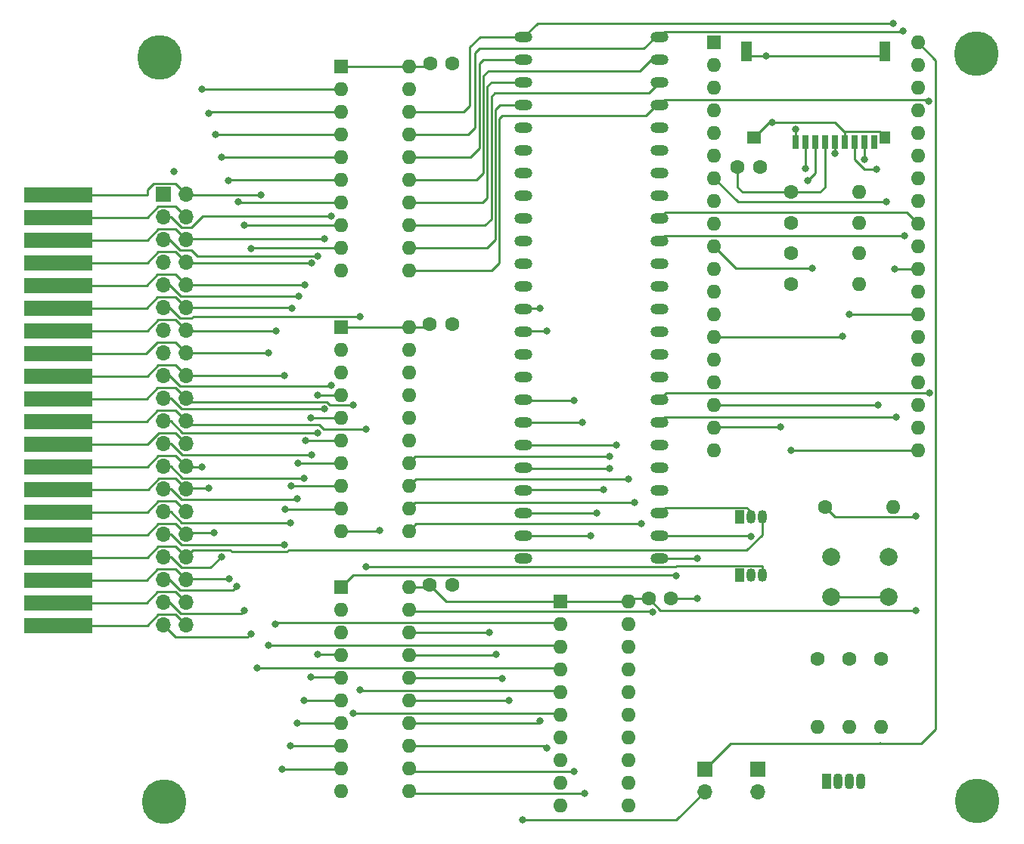
<source format=gbr>
%TF.GenerationSoftware,KiCad,Pcbnew,(5.1.10-1-10_14)*%
%TF.CreationDate,2021-11-12T16:12:36-08:00*%
%TF.ProjectId,TRS-IO-M1,5452532d-494f-42d4-9d31-2e6b69636164,rev?*%
%TF.SameCoordinates,Original*%
%TF.FileFunction,Copper,L1,Top*%
%TF.FilePolarity,Positive*%
%FSLAX46Y46*%
G04 Gerber Fmt 4.6, Leading zero omitted, Abs format (unit mm)*
G04 Created by KiCad (PCBNEW (5.1.10-1-10_14)) date 2021-11-12 16:12:36*
%MOMM*%
%LPD*%
G01*
G04 APERTURE LIST*
%TA.AperFunction,ComponentPad*%
%ADD10O,1.600000X1.600000*%
%TD*%
%TA.AperFunction,ComponentPad*%
%ADD11R,1.600000X1.600000*%
%TD*%
%TA.AperFunction,ComponentPad*%
%ADD12C,2.000000*%
%TD*%
%TA.AperFunction,ComponentPad*%
%ADD13C,1.600000*%
%TD*%
%TA.AperFunction,ConnectorPad*%
%ADD14R,7.620000X1.778000*%
%TD*%
%TA.AperFunction,ComponentPad*%
%ADD15O,1.700000X1.700000*%
%TD*%
%TA.AperFunction,ComponentPad*%
%ADD16R,1.700000X1.700000*%
%TD*%
%TA.AperFunction,ComponentPad*%
%ADD17O,1.070000X1.800000*%
%TD*%
%TA.AperFunction,ComponentPad*%
%ADD18R,1.070000X1.800000*%
%TD*%
%TA.AperFunction,SMDPad,CuDef*%
%ADD19R,0.700000X1.600000*%
%TD*%
%TA.AperFunction,SMDPad,CuDef*%
%ADD20R,1.600000X1.400000*%
%TD*%
%TA.AperFunction,SMDPad,CuDef*%
%ADD21R,1.200000X2.200000*%
%TD*%
%TA.AperFunction,SMDPad,CuDef*%
%ADD22R,1.200000X1.400000*%
%TD*%
%TA.AperFunction,ComponentPad*%
%ADD23O,1.050000X1.500000*%
%TD*%
%TA.AperFunction,ComponentPad*%
%ADD24R,1.050000X1.500000*%
%TD*%
%TA.AperFunction,ComponentPad*%
%ADD25O,2.000000X1.200000*%
%TD*%
%TA.AperFunction,ComponentPad*%
%ADD26C,5.000000*%
%TD*%
%TA.AperFunction,ComponentPad*%
%ADD27C,0.800000*%
%TD*%
%TA.AperFunction,ViaPad*%
%ADD28C,0.800000*%
%TD*%
%TA.AperFunction,Conductor*%
%ADD29C,0.250000*%
%TD*%
G04 APERTURE END LIST*
D10*
%TO.P,U1,38*%
%TO.N,+5V*%
X203276200Y-51752500D03*
%TO.P,U1,37*%
%TO.N,Net-(U1-Pad37)*%
X203276200Y-54229000D03*
%TO.P,U1,19*%
%TO.N,GND*%
X180416200Y-97409000D03*
%TO.P,U1,36*%
%TO.N,Net-(U1-Pad36)*%
X203276200Y-56769000D03*
%TO.P,U1,18*%
%TO.N,CS_SD_CARD*%
X180416200Y-94869000D03*
%TO.P,U1,35*%
%TO.N,Net-(U1-Pad35)*%
X203276200Y-59309000D03*
%TO.P,U1,17*%
%TO.N,MISO*%
X180416200Y-92329000D03*
%TO.P,U1,34*%
%TO.N,AA1*%
X203276200Y-61849000D03*
%TO.P,U1,16*%
%TO.N,Net-(U1-Pad16)*%
X180416200Y-89789000D03*
%TO.P,U1,33*%
%TO.N,GND*%
X203276200Y-64389000D03*
%TO.P,U1,15*%
%TO.N,Net-(U1-Pad15)*%
X180416200Y-87249000D03*
%TO.P,U1,32*%
%TO.N,AA0*%
X203276200Y-66929000D03*
%TO.P,U1,14*%
%TO.N,MOSI*%
X180416200Y-84709000D03*
%TO.P,U1,31*%
%TO.N,AA2*%
X203276200Y-69469000D03*
%TO.P,U1,13*%
%TO.N,GND*%
X180416200Y-82169000D03*
%TO.P,U1,30*%
%TO.N,DONE*%
X203276200Y-72009000D03*
%TO.P,U1,12*%
%TO.N,ESP_S3*%
X180416200Y-79629000D03*
%TO.P,U1,29*%
%TO.N,CS_FPGA*%
X203276200Y-74549000D03*
%TO.P,U1,11*%
%TO.N,ESP_S2*%
X180416200Y-77089000D03*
%TO.P,U1,28*%
%TO.N,SCK*%
X203276200Y-77089000D03*
%TO.P,U1,10*%
%TO.N,LED_RED*%
X180416200Y-74549000D03*
%TO.P,U1,27*%
%TO.N,Net-(U1-Pad27)*%
X203276200Y-79629000D03*
%TO.P,U1,9*%
%TO.N,ESP_S1*%
X180416200Y-72009000D03*
%TO.P,U1,26*%
%TO.N,LED_BLUE*%
X203276200Y-82169000D03*
%TO.P,U1,8*%
%TO.N,ESP_S0*%
X180416200Y-69469000D03*
%TO.P,U1,25*%
%TO.N,Net-(U1-Pad25)*%
X203276200Y-84709000D03*
%TO.P,U1,7*%
%TO.N,LED_GREEN*%
X180416200Y-66929000D03*
%TO.P,U1,24*%
%TO.N,REQ*%
X203276200Y-87249000D03*
%TO.P,U1,6*%
%TO.N,Net-(U1-Pad6)*%
X180416200Y-64389000D03*
%TO.P,U1,23*%
%TO.N,BUTTON*%
X203276200Y-89789000D03*
%TO.P,U1,5*%
%TO.N,Net-(U1-Pad5)*%
X180416200Y-61849000D03*
%TO.P,U1,22*%
%TO.N,Net-(U1-Pad22)*%
X203276200Y-92329000D03*
%TO.P,U1,4*%
%TO.N,AA3*%
X180416200Y-59309000D03*
%TO.P,U1,21*%
%TO.N,Net-(U1-Pad21)*%
X203276200Y-94869000D03*
%TO.P,U1,3*%
%TO.N,Net-(U1-Pad3)*%
X180416200Y-56769000D03*
%TO.P,U1,20*%
%TO.N,+3V3*%
X203276200Y-97409000D03*
%TO.P,U1,2*%
%TO.N,Net-(U1-Pad2)*%
X180416200Y-54229000D03*
D11*
%TO.P,U1,1*%
%TO.N,Net-(U1-Pad1)*%
X180416200Y-51689000D03*
%TD*%
D12*
%TO.P,SW1,1*%
%TO.N,GND*%
X200044900Y-109397800D03*
%TO.P,SW1,2*%
%TO.N,BUTTON*%
X200044900Y-113897800D03*
%TO.P,SW1,1*%
%TO.N,GND*%
X193544900Y-109397800D03*
%TO.P,SW1,2*%
%TO.N,BUTTON*%
X193544900Y-113897800D03*
%TD*%
D10*
%TO.P,R4,2*%
%TO.N,BUTTON*%
X200494900Y-103809800D03*
D13*
%TO.P,R4,1*%
%TO.N,+3V3*%
X192874900Y-103809800D03*
%TD*%
D10*
%TO.P,R3,2*%
%TO.N,Net-(D1-Pad3)*%
X195605400Y-128447800D03*
D13*
%TO.P,R3,1*%
%TO.N,LED_BLUE*%
X195605400Y-120827800D03*
%TD*%
D10*
%TO.P,R2,2*%
%TO.N,Net-(D1-Pad4)*%
X199161400Y-128447800D03*
D13*
%TO.P,R2,1*%
%TO.N,LED_GREEN*%
X199161400Y-120827800D03*
%TD*%
D10*
%TO.P,R1,2*%
%TO.N,Net-(D1-Pad1)*%
X192049400Y-128447800D03*
D13*
%TO.P,R1,1*%
%TO.N,LED_RED*%
X192049400Y-120827800D03*
%TD*%
D14*
%TO.P,J2,2*%
%TO.N,RAS_N*%
X107061000Y-68783200D03*
%TO.P,J2,4*%
%TO.N,CAS_N*%
X107061000Y-71323200D03*
%TO.P,J2,6*%
%TO.N,A12*%
X107061000Y-73863200D03*
%TO.P,J2,8*%
%TO.N,A15*%
X107061000Y-76403200D03*
%TO.P,J2,10*%
%TO.N,A11*%
X107061000Y-78943200D03*
%TO.P,J2,12*%
%TO.N,A8*%
X107061000Y-81483200D03*
%TO.P,J2,14*%
%TO.N,WR_N*%
X107061000Y-84023200D03*
%TO.P,J2,16*%
%TO.N,RD_N*%
X107061000Y-86563200D03*
%TO.P,J2,18*%
%TO.N,A9*%
X107061000Y-89103200D03*
%TO.P,J2,20*%
%TO.N,IN_N*%
X107061000Y-91643200D03*
%TO.P,J2,22*%
%TO.N,INT_N*%
X107061000Y-94183200D03*
%TO.P,J2,24*%
%TO.N,TEST_N*%
X107061000Y-96723200D03*
%TO.P,J2,26*%
%TO.N,A0*%
X107061000Y-99263200D03*
%TO.P,J2,28*%
%TO.N,A1*%
X107061000Y-101803200D03*
%TO.P,J2,30*%
%TO.N,GND*%
X107061000Y-104343200D03*
%TO.P,J2,32*%
%TO.N,A4*%
X107061000Y-106883200D03*
%TO.P,J2,34*%
%TO.N,WAIT_N*%
X107061000Y-109423200D03*
%TO.P,J2,36*%
%TO.N,A5*%
X107061000Y-111963200D03*
%TO.P,J2,38*%
%TO.N,GND*%
X107061000Y-114503200D03*
%TO.P,J2,40*%
%TO.N,5V*%
X107061000Y-117043200D03*
%TD*%
D15*
%TO.P,J1,40*%
%TO.N,5V*%
X121379000Y-117019200D03*
%TO.P,J1,39*%
%TO.N,A2*%
X118839000Y-117019200D03*
%TO.P,J1,38*%
%TO.N,GND*%
X121379000Y-114479200D03*
%TO.P,J1,37*%
%TO.N,A6*%
X118839000Y-114479200D03*
%TO.P,J1,36*%
%TO.N,A5*%
X121379000Y-111939200D03*
%TO.P,J1,35*%
%TO.N,A7*%
X118839000Y-111939200D03*
%TO.P,J1,34*%
%TO.N,WAIT_N*%
X121379000Y-109399200D03*
%TO.P,J1,33*%
%TO.N,A3*%
X118839000Y-109399200D03*
%TO.P,J1,32*%
%TO.N,A4*%
X121379000Y-106859200D03*
%TO.P,J1,31*%
%TO.N,D2*%
X118839000Y-106859200D03*
%TO.P,J1,30*%
%TO.N,GND*%
X121379000Y-104319200D03*
%TO.P,J1,29*%
%TO.N,D0*%
X118839000Y-104319200D03*
%TO.P,J1,28*%
%TO.N,A1*%
X121379000Y-101779200D03*
%TO.P,J1,27*%
%TO.N,D5*%
X118839000Y-101779200D03*
%TO.P,J1,26*%
%TO.N,A0*%
X121379000Y-99239200D03*
%TO.P,J1,25*%
%TO.N,D3*%
X118839000Y-99239200D03*
%TO.P,J1,24*%
%TO.N,TEST_N*%
X121379000Y-96699200D03*
%TO.P,J1,23*%
%TO.N,D6*%
X118839000Y-96699200D03*
%TO.P,J1,22*%
%TO.N,INT_N*%
X121379000Y-94159200D03*
%TO.P,J1,21*%
%TO.N,D1*%
X118839000Y-94159200D03*
%TO.P,J1,20*%
%TO.N,IN_N*%
X121379000Y-91619200D03*
%TO.P,J1,19*%
%TO.N,D7*%
X118839000Y-91619200D03*
%TO.P,J1,18*%
%TO.N,A9*%
X121379000Y-89079200D03*
%TO.P,J1,17*%
%TO.N,D4*%
X118839000Y-89079200D03*
%TO.P,J1,16*%
%TO.N,RD_N*%
X121379000Y-86539200D03*
%TO.P,J1,15*%
%TO.N,MUX*%
X118839000Y-86539200D03*
%TO.P,J1,14*%
%TO.N,WR_N*%
X121379000Y-83999200D03*
%TO.P,J1,13*%
%TO.N,INTACK_N*%
X118839000Y-83999200D03*
%TO.P,J1,12*%
%TO.N,A8*%
X121379000Y-81459200D03*
%TO.P,J1,11*%
%TO.N,OUT_N*%
X118839000Y-81459200D03*
%TO.P,J1,10*%
%TO.N,A11*%
X121379000Y-78919200D03*
%TO.P,J1,9*%
%TO.N,A14*%
X118839000Y-78919200D03*
%TO.P,J1,8*%
%TO.N,A15*%
X121379000Y-76379200D03*
%TO.P,J1,7*%
%TO.N,GND*%
X118839000Y-76379200D03*
%TO.P,J1,6*%
%TO.N,A12*%
X121379000Y-73839200D03*
%TO.P,J1,5*%
%TO.N,A13*%
X118839000Y-73839200D03*
%TO.P,J1,4*%
%TO.N,CAS_N*%
X121379000Y-71299200D03*
%TO.P,J1,3*%
%TO.N,A10*%
X118839000Y-71299200D03*
%TO.P,J1,2*%
%TO.N,RAS_N*%
X121379000Y-68759200D03*
D16*
%TO.P,J1,1*%
%TO.N,SYSRES_N*%
X118839000Y-68759200D03*
%TD*%
D17*
%TO.P,D1,4*%
%TO.N,Net-(D1-Pad4)*%
X196875400Y-134543800D03*
%TO.P,D1,3*%
%TO.N,Net-(D1-Pad3)*%
X195605400Y-134543800D03*
%TO.P,D1,2*%
%TO.N,GND*%
X194335400Y-134543800D03*
D18*
%TO.P,D1,1*%
%TO.N,Net-(D1-Pad1)*%
X193065400Y-134543800D03*
%TD*%
D19*
%TO.P,J3,1*%
%TO.N,Net-(J3-Pad1)*%
X189595400Y-62874800D03*
%TO.P,J3,2*%
%TO.N,CS_SD_CARD*%
X190695400Y-62874800D03*
%TO.P,J3,3*%
%TO.N,MOSI*%
X191795400Y-62874800D03*
%TO.P,J3,4*%
%TO.N,+3V3*%
X192895400Y-62874800D03*
%TO.P,J3,5*%
%TO.N,SCK*%
X193995400Y-62874800D03*
%TO.P,J3,6*%
%TO.N,GND*%
X195095400Y-62874800D03*
%TO.P,J3,7*%
%TO.N,MISO*%
X196195400Y-62874800D03*
%TO.P,J3,8*%
%TO.N,Net-(J3-Pad8)*%
X197295400Y-62874800D03*
%TO.P,J3,9*%
%TO.N,Net-(J3-Pad9)*%
X198395400Y-62874800D03*
D20*
%TO.P,J3,10*%
%TO.N,GND*%
X184945400Y-62374800D03*
D21*
%TO.P,J3,11*%
X184045400Y-52774800D03*
%TO.P,J3,12*%
X199545400Y-52774800D03*
D22*
%TO.P,J3,13*%
X199545400Y-62374800D03*
%TD*%
D13*
%TO.P,R5,1*%
%TO.N,+3V3*%
X189077600Y-78790800D03*
D10*
%TO.P,R5,2*%
%TO.N,Net-(J3-Pad8)*%
X196697600Y-78790800D03*
%TD*%
%TO.P,R6,2*%
%TO.N,MOSI*%
X196697600Y-75361800D03*
D13*
%TO.P,R6,1*%
%TO.N,+3V3*%
X189077600Y-75361800D03*
%TD*%
%TO.P,R7,1*%
%TO.N,+3V3*%
X189077600Y-71932800D03*
D10*
%TO.P,R7,2*%
%TO.N,CS_SD_CARD*%
X196697600Y-71932800D03*
%TD*%
%TO.P,R8,2*%
%TO.N,Net-(J3-Pad1)*%
X196697600Y-68503800D03*
D13*
%TO.P,R8,1*%
%TO.N,+3V3*%
X189077600Y-68503800D03*
%TD*%
%TO.P,C1,1*%
%TO.N,+3V3*%
X148666200Y-54127400D03*
%TO.P,C1,2*%
%TO.N,GND*%
X151166200Y-54127400D03*
%TD*%
%TO.P,C2,2*%
%TO.N,GND*%
X151115400Y-83312000D03*
%TO.P,C2,1*%
%TO.N,+3V3*%
X148615400Y-83312000D03*
%TD*%
%TO.P,C3,1*%
%TO.N,+3V3*%
X148615400Y-112522000D03*
%TO.P,C3,2*%
%TO.N,GND*%
X151115400Y-112522000D03*
%TD*%
%TO.P,C4,2*%
%TO.N,GND*%
X175626400Y-114071400D03*
%TO.P,C4,1*%
%TO.N,+3V3*%
X173126400Y-114071400D03*
%TD*%
%TO.P,C5,1*%
%TO.N,+3V3*%
X183108600Y-65709800D03*
%TO.P,C5,2*%
%TO.N,GND*%
X185608600Y-65709800D03*
%TD*%
D16*
%TO.P,J4,1*%
%TO.N,+5V*%
X179425600Y-133146800D03*
D15*
%TO.P,J4,2*%
%TO.N,VU*%
X179425600Y-135686800D03*
%TD*%
%TO.P,J5,2*%
%TO.N,GND*%
X185369200Y-135686800D03*
D16*
%TO.P,J5,1*%
%TO.N,FULL_ADDR*%
X185369200Y-133146800D03*
%TD*%
D23*
%TO.P,Q1,2*%
%TO.N,WAIT*%
X184556400Y-104927400D03*
%TO.P,Q1,3*%
%TO.N,WAIT_N*%
X185826400Y-104927400D03*
D24*
%TO.P,Q1,1*%
%TO.N,GND*%
X183286400Y-104927400D03*
%TD*%
%TO.P,Q2,1*%
%TO.N,GND*%
X183286400Y-111429800D03*
D23*
%TO.P,Q2,3*%
%TO.N,INT_N*%
X185826400Y-111429800D03*
%TO.P,Q2,2*%
%TO.N,INT*%
X184556400Y-111429800D03*
%TD*%
D25*
%TO.P,U2,48*%
%TO.N,AA1*%
X174371000Y-51130200D03*
%TO.P,U2,1*%
%TO.N,AA0*%
X159131000Y-51130200D03*
%TO.P,U2,47*%
%TO.N,AA3*%
X174371000Y-53670200D03*
%TO.P,U2,2*%
%TO.N,AA4*%
X159131000Y-53670200D03*
%TO.P,U2,46*%
%TO.N,AA7*%
X174371000Y-56210200D03*
%TO.P,U2,3*%
%TO.N,AA5*%
X159131000Y-56210200D03*
%TO.P,U2,45*%
%TO.N,AA2*%
X174371000Y-58750200D03*
%TO.P,U2,4*%
%TO.N,AA6*%
X159131000Y-58750200D03*
%TO.P,U2,44*%
%TO.N,AA11*%
X174371000Y-61290200D03*
%TO.P,U2,5*%
%TO.N,AA10*%
X159131000Y-61290200D03*
%TO.P,U2,43*%
%TO.N,AA14*%
X174371000Y-63830200D03*
%TO.P,U2,6*%
%TO.N,AA12*%
X159131000Y-63830200D03*
%TO.P,U2,42*%
%TO.N,AA8*%
X174371000Y-66370200D03*
%TO.P,U2,7*%
%TO.N,AA13*%
X159131000Y-66370200D03*
%TO.P,U2,41*%
%TO.N,AA9*%
X174371000Y-68910200D03*
%TO.P,U2,8*%
%TO.N,AA15*%
X159131000Y-68910200D03*
%TO.P,U2,40*%
%TO.N,DONE*%
X174371000Y-71450200D03*
%TO.P,U2,9*%
%TO.N,DD4*%
X159131000Y-71450200D03*
%TO.P,U2,39*%
%TO.N,REQ*%
X174371000Y-73990200D03*
%TO.P,U2,10*%
%TO.N,DD7*%
X159131000Y-73990200D03*
%TO.P,U2,38*%
%TO.N,ESP_S0*%
X174371000Y-76530200D03*
%TO.P,U2,11*%
%TO.N,DD1*%
X159131000Y-76530200D03*
%TO.P,U2,37*%
%TO.N,ESP_S1*%
X174371000Y-79070200D03*
%TO.P,U2,12*%
%TO.N,DD6*%
X159131000Y-79070200D03*
%TO.P,U2,36*%
%TO.N,ESP_S2*%
X174371000Y-81610200D03*
%TO.P,U2,13*%
%TO.N,DD3*%
X159131000Y-81610200D03*
%TO.P,U2,35*%
%TO.N,ESP_S3*%
X174371000Y-84150200D03*
%TO.P,U2,14*%
%TO.N,DD5*%
X159131000Y-84150200D03*
%TO.P,U2,34*%
%TO.N,MOSI*%
X174371000Y-86690200D03*
%TO.P,U2,15*%
%TO.N,Net-(U2-Pad15)*%
X159131000Y-86690200D03*
%TO.P,U2,33*%
%TO.N,MISO*%
X174371000Y-89230200D03*
%TO.P,U2,16*%
%TO.N,Net-(U2-Pad16)*%
X159131000Y-89230200D03*
%TO.P,U2,32*%
%TO.N,CS_FPGA*%
X174371000Y-91770200D03*
%TO.P,U2,17*%
%TO.N,DD0*%
X159131000Y-91770200D03*
%TO.P,U2,31*%
%TO.N,SCK*%
X174371000Y-94310200D03*
%TO.P,U2,18*%
%TO.N,DD2*%
X159131000Y-94310200D03*
%TO.P,U2,30*%
%TO.N,FULL_ADDR*%
X174371000Y-96850200D03*
%TO.P,U2,19*%
%TO.N,Z80_WR_N*%
X159131000Y-96850200D03*
%TO.P,U2,29*%
%TO.N,DBUS_SEL_N*%
X174371000Y-99390200D03*
%TO.P,U2,20*%
%TO.N,Z80_RD_N*%
X159131000Y-99390200D03*
%TO.P,U2,28*%
%TO.N,READ_N*%
X174371000Y-101930200D03*
%TO.P,U2,21*%
%TO.N,Z80_RAS_N*%
X159131000Y-101930200D03*
%TO.P,U2,27*%
%TO.N,WAIT*%
X174371000Y-104470200D03*
%TO.P,U2,22*%
%TO.N,Z80_OUT_N*%
X159131000Y-104470200D03*
%TO.P,U2,26*%
%TO.N,INT*%
X174371000Y-107010200D03*
%TO.P,U2,23*%
%TO.N,Z80_IN_N*%
X159131000Y-107010200D03*
%TO.P,U2,25*%
%TO.N,GND*%
X174371000Y-109550200D03*
%TO.P,U2,24*%
%TO.N,VU*%
X159131000Y-109550200D03*
%TD*%
D11*
%TO.P,U3,1*%
%TO.N,+3V3*%
X138684000Y-54432200D03*
D10*
%TO.P,U3,11*%
%TO.N,AA2*%
X146304000Y-77292200D03*
%TO.P,U3,2*%
%TO.N,A0*%
X138684000Y-56972200D03*
%TO.P,U3,12*%
%TO.N,AA6*%
X146304000Y-74752200D03*
%TO.P,U3,3*%
%TO.N,A1*%
X138684000Y-59512200D03*
%TO.P,U3,13*%
%TO.N,AA7*%
X146304000Y-72212200D03*
%TO.P,U3,4*%
%TO.N,A4*%
X138684000Y-62052200D03*
%TO.P,U3,14*%
%TO.N,AA5*%
X146304000Y-69672200D03*
%TO.P,U3,5*%
%TO.N,A3*%
X138684000Y-64592200D03*
%TO.P,U3,15*%
%TO.N,AA3*%
X146304000Y-67132200D03*
%TO.P,U3,6*%
%TO.N,A5*%
X138684000Y-67132200D03*
%TO.P,U3,16*%
%TO.N,AA4*%
X146304000Y-64592200D03*
%TO.P,U3,7*%
%TO.N,A7*%
X138684000Y-69672200D03*
%TO.P,U3,17*%
%TO.N,AA1*%
X146304000Y-62052200D03*
%TO.P,U3,8*%
%TO.N,A6*%
X138684000Y-72212200D03*
%TO.P,U3,18*%
%TO.N,AA0*%
X146304000Y-59512200D03*
%TO.P,U3,9*%
%TO.N,A2*%
X138684000Y-74752200D03*
%TO.P,U3,19*%
%TO.N,GND*%
X146304000Y-56972200D03*
%TO.P,U3,10*%
X138684000Y-77292200D03*
%TO.P,U3,20*%
%TO.N,+3V3*%
X146304000Y-54432200D03*
%TD*%
%TO.P,U4,20*%
%TO.N,+3V3*%
X146304000Y-83616800D03*
%TO.P,U4,10*%
%TO.N,GND*%
X138684000Y-106476800D03*
%TO.P,U4,19*%
X146304000Y-86156800D03*
%TO.P,U4,9*%
%TO.N,A9*%
X138684000Y-103936800D03*
%TO.P,U4,18*%
%TO.N,AA10*%
X146304000Y-88696800D03*
%TO.P,U4,8*%
%TO.N,A8*%
X138684000Y-101396800D03*
%TO.P,U4,17*%
%TO.N,AA12*%
X146304000Y-91236800D03*
%TO.P,U4,7*%
%TO.N,A14*%
X138684000Y-98856800D03*
%TO.P,U4,16*%
%TO.N,AA13*%
X146304000Y-93776800D03*
%TO.P,U4,6*%
%TO.N,A11*%
X138684000Y-96316800D03*
%TO.P,U4,15*%
%TO.N,AA15*%
X146304000Y-96316800D03*
%TO.P,U4,5*%
%TO.N,A15*%
X138684000Y-93776800D03*
%TO.P,U4,14*%
%TO.N,AA11*%
X146304000Y-98856800D03*
%TO.P,U4,4*%
%TO.N,A13*%
X138684000Y-91236800D03*
%TO.P,U4,13*%
%TO.N,AA14*%
X146304000Y-101396800D03*
%TO.P,U4,3*%
%TO.N,A12*%
X138684000Y-88696800D03*
%TO.P,U4,12*%
%TO.N,AA8*%
X146304000Y-103936800D03*
%TO.P,U4,2*%
%TO.N,A10*%
X138684000Y-86156800D03*
%TO.P,U4,11*%
%TO.N,AA9*%
X146304000Y-106476800D03*
D11*
%TO.P,U4,1*%
%TO.N,+3V3*%
X138684000Y-83616800D03*
%TD*%
%TO.P,U5,1*%
%TO.N,READ_N*%
X138684000Y-112801400D03*
D10*
%TO.P,U5,11*%
%TO.N,DD2*%
X146304000Y-135661400D03*
%TO.P,U5,2*%
%TO.N,D4*%
X138684000Y-115341400D03*
%TO.P,U5,12*%
%TO.N,DD0*%
X146304000Y-133121400D03*
%TO.P,U5,3*%
%TO.N,D7*%
X138684000Y-117881400D03*
%TO.P,U5,13*%
%TO.N,DD5*%
X146304000Y-130581400D03*
%TO.P,U5,4*%
%TO.N,D1*%
X138684000Y-120421400D03*
%TO.P,U5,14*%
%TO.N,DD3*%
X146304000Y-128041400D03*
%TO.P,U5,5*%
%TO.N,D6*%
X138684000Y-122961400D03*
%TO.P,U5,15*%
%TO.N,DD6*%
X146304000Y-125501400D03*
%TO.P,U5,6*%
%TO.N,D3*%
X138684000Y-125501400D03*
%TO.P,U5,16*%
%TO.N,DD1*%
X146304000Y-122961400D03*
%TO.P,U5,7*%
%TO.N,D5*%
X138684000Y-128041400D03*
%TO.P,U5,17*%
%TO.N,DD7*%
X146304000Y-120421400D03*
%TO.P,U5,8*%
%TO.N,D0*%
X138684000Y-130581400D03*
%TO.P,U5,18*%
%TO.N,DD4*%
X146304000Y-117881400D03*
%TO.P,U5,9*%
%TO.N,D2*%
X138684000Y-133121400D03*
%TO.P,U5,19*%
%TO.N,DBUS_SEL_N*%
X146304000Y-115341400D03*
%TO.P,U5,10*%
%TO.N,GND*%
X138684000Y-135661400D03*
%TO.P,U5,20*%
%TO.N,+3V3*%
X146304000Y-112801400D03*
%TD*%
%TO.P,U6,20*%
%TO.N,+3V3*%
X170840400Y-114376200D03*
%TO.P,U6,10*%
%TO.N,GND*%
X163220400Y-137236200D03*
%TO.P,U6,19*%
X170840400Y-116916200D03*
%TO.P,U6,9*%
%TO.N,Net-(U6-Pad9)*%
X163220400Y-134696200D03*
%TO.P,U6,18*%
%TO.N,Z80_WR_N*%
X170840400Y-119456200D03*
%TO.P,U6,8*%
%TO.N,Net-(U6-Pad8)*%
X163220400Y-132156200D03*
%TO.P,U6,17*%
%TO.N,Z80_RD_N*%
X170840400Y-121996200D03*
%TO.P,U6,7*%
%TO.N,Net-(U6-Pad7)*%
X163220400Y-129616200D03*
%TO.P,U6,16*%
%TO.N,Z80_RAS_N*%
X170840400Y-124536200D03*
%TO.P,U6,6*%
%TO.N,IN_N*%
X163220400Y-127076200D03*
%TO.P,U6,15*%
%TO.N,Z80_OUT_N*%
X170840400Y-127076200D03*
%TO.P,U6,5*%
%TO.N,OUT_N*%
X163220400Y-124536200D03*
%TO.P,U6,14*%
%TO.N,Z80_IN_N*%
X170840400Y-129616200D03*
%TO.P,U6,4*%
%TO.N,RAS_N*%
X163220400Y-121996200D03*
%TO.P,U6,13*%
%TO.N,Net-(U6-Pad13)*%
X170840400Y-132156200D03*
%TO.P,U6,3*%
%TO.N,RD_N*%
X163220400Y-119456200D03*
%TO.P,U6,12*%
%TO.N,Net-(U6-Pad12)*%
X170840400Y-134696200D03*
%TO.P,U6,2*%
%TO.N,WR_N*%
X163220400Y-116916200D03*
%TO.P,U6,11*%
%TO.N,Net-(U6-Pad11)*%
X170840400Y-137236200D03*
D11*
%TO.P,U6,1*%
%TO.N,+3V3*%
X163220400Y-114376200D03*
%TD*%
D26*
%TO.P,H1,1*%
%TO.N,N/C*%
X118400000Y-53450000D03*
D27*
X120275000Y-53450000D03*
X119725825Y-54775825D03*
X118400000Y-55325000D03*
X117074175Y-54775825D03*
X116525000Y-53450000D03*
X117074175Y-52124175D03*
X118400000Y-51575000D03*
X119725825Y-52124175D03*
%TD*%
%TO.P,H2,1*%
%TO.N,N/C*%
X211175825Y-51674175D03*
X209850000Y-51125000D03*
X208524175Y-51674175D03*
X207975000Y-53000000D03*
X208524175Y-54325825D03*
X209850000Y-54875000D03*
X211175825Y-54325825D03*
X211725000Y-53000000D03*
D26*
X209850000Y-53000000D03*
%TD*%
%TO.P,H3,1*%
%TO.N,N/C*%
X118900000Y-136800000D03*
D27*
X120775000Y-136800000D03*
X120225825Y-138125825D03*
X118900000Y-138675000D03*
X117574175Y-138125825D03*
X117025000Y-136800000D03*
X117574175Y-135474175D03*
X118900000Y-134925000D03*
X120225825Y-135474175D03*
%TD*%
%TO.P,H4,1*%
%TO.N,N/C*%
X211275825Y-135374175D03*
X209950000Y-134825000D03*
X208624175Y-135374175D03*
X208075000Y-136700000D03*
X208624175Y-138025825D03*
X209950000Y-138575000D03*
X211275825Y-138025825D03*
X211825000Y-136700000D03*
D26*
X209950000Y-136700000D03*
%TD*%
D28*
%TO.N,GND*%
X178600000Y-114050000D03*
X178600000Y-109550000D03*
X120000000Y-66200000D03*
X143000000Y-106450000D03*
X186318811Y-53231189D03*
X186957801Y-60692199D03*
%TO.N,+3V3*%
X203073000Y-115392200D03*
X203073000Y-104825800D03*
X189103000Y-97409000D03*
%TO.N,RAS_N*%
X129336800Y-121793000D03*
X129692400Y-68808600D03*
%TO.N,A10*%
X137566400Y-71196200D03*
%TO.N,A12*%
X136833999Y-73761600D03*
%TO.N,A13*%
X136108999Y-75717400D03*
X136042400Y-91262200D03*
%TO.N,A15*%
X135383999Y-76481733D03*
X135331200Y-93827600D03*
%TO.N,A11*%
X134658999Y-78917800D03*
X134721600Y-96316800D03*
%TO.N,A14*%
X133933999Y-80162400D03*
X133908800Y-98907600D03*
%TO.N,A8*%
X133208999Y-81483200D03*
X133121400Y-101396800D03*
%TO.N,OUT_N*%
X140806000Y-124256800D03*
X140792200Y-82423000D03*
%TO.N,WR_N*%
X131380400Y-116890800D03*
X131394200Y-84048600D03*
%TO.N,RD_N*%
X130581400Y-119303800D03*
X130581400Y-86537800D03*
%TO.N,A9*%
X132396400Y-89077800D03*
X132410200Y-104013000D03*
%TO.N,D4*%
X137642600Y-90170000D03*
%TO.N,IN_N*%
X140081000Y-126923800D03*
X140081000Y-92379800D03*
%TO.N,D7*%
X136833999Y-92811600D03*
%TO.N,INT_N*%
X141531000Y-110515400D03*
X141531000Y-95072200D03*
%TO.N,D1*%
X136108999Y-95478600D03*
X136042400Y-120269000D03*
%TO.N,D6*%
X135383999Y-97967800D03*
X135331200Y-122834400D03*
%TO.N,A0*%
X123164600Y-56972200D03*
X123088400Y-99263200D03*
%TO.N,D3*%
X134543800Y-100558600D03*
X134543800Y-125425200D03*
%TO.N,A1*%
X123889600Y-59639200D03*
X123875800Y-101650800D03*
%TO.N,D5*%
X133818800Y-102870000D03*
X133832600Y-127990600D03*
%TO.N,D0*%
X133070600Y-105537000D03*
X132994400Y-130581400D03*
%TO.N,A4*%
X124614600Y-62052200D03*
X124510800Y-106705400D03*
%TO.N,D2*%
X132345600Y-108026200D03*
X132105400Y-133146800D03*
%TO.N,A3*%
X125339600Y-64617600D03*
X125298200Y-109372400D03*
%TO.N,A5*%
X126111000Y-67183000D03*
X126187200Y-111861600D03*
%TO.N,A7*%
X127177800Y-69621400D03*
X127000000Y-112699800D03*
%TO.N,A6*%
X127902800Y-72186800D03*
X127889000Y-115366800D03*
%TO.N,A2*%
X128627800Y-74853800D03*
X128600200Y-117983000D03*
%TO.N,SCK*%
X200863200Y-93751400D03*
X200660000Y-77089000D03*
X193979800Y-64135000D03*
%TO.N,MOSI*%
X190969381Y-67229886D03*
X194868800Y-84683600D03*
%TO.N,READ_N*%
X176250600Y-111455200D03*
%TO.N,MISO*%
X198780400Y-92329000D03*
X198678800Y-65938400D03*
%TO.N,DD3*%
X160996800Y-127762000D03*
X160959800Y-81508600D03*
%TO.N,DD4*%
X155305000Y-117881400D03*
%TO.N,DD5*%
X161721800Y-130835400D03*
X161721800Y-84074000D03*
%TO.N,DD6*%
X157480000Y-125450600D03*
%TO.N,DD7*%
X156030000Y-120319800D03*
%TO.N,DD2*%
X165938200Y-135839200D03*
X165684200Y-94310200D03*
%TO.N,DD0*%
X164795200Y-133400800D03*
X164795200Y-91871800D03*
%TO.N,DD1*%
X156755000Y-123012200D03*
%TO.N,AA14*%
X170870990Y-100634800D03*
%TO.N,AA2*%
X204495400Y-58293000D03*
%TO.N,AA1*%
X201650600Y-50469800D03*
%TO.N,AA11*%
X168794600Y-98145600D03*
%TO.N,AA0*%
X200482200Y-49580800D03*
%TO.N,AA9*%
X172320990Y-105664000D03*
%TO.N,AA8*%
X171595990Y-103251000D03*
%TO.N,DBUS_SEL_N*%
X173614295Y-115584601D03*
%TO.N,LED_GREEN*%
X199771000Y-69621400D03*
%TO.N,LED_BLUE*%
X195580000Y-82219800D03*
%TO.N,LED_RED*%
X191490600Y-77063600D03*
%TO.N,Net-(J3-Pad1)*%
X189560200Y-61417200D03*
%TO.N,CS_SD_CARD*%
X190728600Y-65836800D03*
X187858400Y-94818200D03*
%TO.N,Net-(J3-Pad8)*%
X197281800Y-64860000D03*
%TO.N,VU*%
X159054800Y-138861800D03*
%TO.N,INT*%
X184581800Y-107061000D03*
%TO.N,CS_FPGA*%
X204546200Y-91033600D03*
%TO.N,REQ*%
X201803000Y-73380600D03*
%TO.N,Z80_WR_N*%
X169519600Y-96875600D03*
%TO.N,Z80_RD_N*%
X168794600Y-99441000D03*
%TO.N,Z80_RAS_N*%
X168069600Y-101879400D03*
%TO.N,Z80_OUT_N*%
X167344600Y-104444800D03*
%TO.N,Z80_IN_N*%
X166619600Y-107010200D03*
%TD*%
D29*
%TO.N,+5V*%
X179425600Y-133146800D02*
X182295800Y-130276600D01*
X198997602Y-130276600D02*
X199099202Y-130175000D01*
X182295800Y-130276600D02*
X198997602Y-130276600D01*
X205271201Y-53747501D02*
X205271201Y-128662599D01*
X203276200Y-51752500D02*
X205271201Y-53747501D01*
X205271201Y-128662599D02*
X203682600Y-130251200D01*
X199023002Y-130251200D02*
X198997602Y-130276600D01*
X203682600Y-130251200D02*
X199023002Y-130251200D01*
%TO.N,GND*%
X107061000Y-104343200D02*
X116992400Y-104343200D01*
X120203999Y-103144199D02*
X121379000Y-104319200D01*
X118191401Y-103144199D02*
X120203999Y-103144199D01*
X116992400Y-104343200D02*
X118191401Y-103144199D01*
X107061000Y-114503200D02*
X116967000Y-114503200D01*
X120203999Y-113304199D02*
X121379000Y-114479200D01*
X118166001Y-113304199D02*
X120203999Y-113304199D01*
X116967000Y-114503200D02*
X118166001Y-113304199D01*
X178578600Y-114071400D02*
X178600000Y-114050000D01*
X175626400Y-114071400D02*
X178578600Y-114071400D01*
X178599800Y-109550200D02*
X178600000Y-109550000D01*
X174371000Y-109550200D02*
X178599800Y-109550200D01*
X142973200Y-106476800D02*
X143000000Y-106450000D01*
X138684000Y-106476800D02*
X142973200Y-106476800D01*
X199089011Y-53231189D02*
X199545400Y-52774800D01*
X184501789Y-53231189D02*
X186318811Y-53231189D01*
X184045400Y-52774800D02*
X184501789Y-53231189D01*
X186318811Y-53231189D02*
X199089011Y-53231189D01*
X193962799Y-60692199D02*
X195095400Y-61824800D01*
X186628001Y-60692199D02*
X186957801Y-60692199D01*
X184945400Y-62374800D02*
X186628001Y-60692199D01*
X195170401Y-61749799D02*
X195095400Y-61824800D01*
X199005401Y-61749799D02*
X195170401Y-61749799D01*
X199545400Y-62289798D02*
X199005401Y-61749799D01*
X195095400Y-61824800D02*
X195095400Y-62874800D01*
X199545400Y-62374800D02*
X199545400Y-62289798D01*
X186957801Y-60692199D02*
X193962799Y-60692199D01*
%TO.N,+3V3*%
X148361400Y-54432200D02*
X148666200Y-54127400D01*
X146304000Y-54432200D02*
X148361400Y-54432200D01*
X148310600Y-83616800D02*
X148615400Y-83312000D01*
X146304000Y-83616800D02*
X148310600Y-83616800D01*
X148336000Y-112801400D02*
X148615400Y-112522000D01*
X146304000Y-112801400D02*
X148336000Y-112801400D01*
X146304000Y-83616800D02*
X138684000Y-83616800D01*
X146304000Y-54432200D02*
X138684000Y-54432200D01*
X171145200Y-114071400D02*
X170840400Y-114376200D01*
X173126400Y-114071400D02*
X171145200Y-114071400D01*
X170840400Y-114376200D02*
X163220400Y-114376200D01*
X150469600Y-114376200D02*
X148615400Y-112522000D01*
X163220400Y-114376200D02*
X150469600Y-114376200D01*
X174447200Y-115392200D02*
X203073000Y-115392200D01*
X173126400Y-114071400D02*
X174447200Y-115392200D01*
X193999901Y-104934801D02*
X202963999Y-104934801D01*
X192874900Y-103809800D02*
X193999901Y-104934801D01*
X202963999Y-104934801D02*
X203073000Y-104825800D01*
X189077600Y-68503800D02*
X192328800Y-68503800D01*
X192895400Y-67937200D02*
X192895400Y-62874800D01*
X192328800Y-68503800D02*
X192895400Y-67937200D01*
X189077600Y-68503800D02*
X183642000Y-68503800D01*
X183108600Y-67970400D02*
X183108600Y-65709800D01*
X183642000Y-68503800D02*
X183108600Y-67970400D01*
X189103000Y-97409000D02*
X203276200Y-97409000D01*
%TO.N,RAS_N*%
X107061000Y-68783200D02*
X117043200Y-68783200D01*
X117728999Y-67584199D02*
X120203999Y-67584199D01*
X117043200Y-68269998D02*
X117728999Y-67584199D01*
X120203999Y-67584199D02*
X121379000Y-68759200D01*
X117043200Y-68783200D02*
X117043200Y-68269998D01*
X163060599Y-121836399D02*
X129380199Y-121836399D01*
X129380199Y-121836399D02*
X129336800Y-121793000D01*
X163220400Y-121996200D02*
X163060599Y-121836399D01*
X121428400Y-68808600D02*
X121379000Y-68759200D01*
X129692400Y-68808600D02*
X121428400Y-68808600D01*
%TO.N,CAS_N*%
X107061000Y-71323200D02*
X117043200Y-71323200D01*
X120203999Y-70124199D02*
X121379000Y-71299200D01*
X118242201Y-70124199D02*
X120203999Y-70124199D01*
X117043200Y-71323200D02*
X118242201Y-70124199D01*
%TO.N,A10*%
X121943001Y-72474201D02*
X120814999Y-72474201D01*
X123221002Y-71196200D02*
X121943001Y-72474201D01*
X119639998Y-71299200D02*
X118839000Y-71299200D01*
X120814999Y-72474201D02*
X119639998Y-71299200D01*
X137566400Y-71196200D02*
X123221002Y-71196200D01*
%TO.N,A12*%
X107061000Y-73863200D02*
X117043200Y-73863200D01*
X120203999Y-72664199D02*
X121379000Y-73839200D01*
X118242201Y-72664199D02*
X120203999Y-72664199D01*
X117043200Y-73863200D02*
X118242201Y-72664199D01*
X121456600Y-73761600D02*
X121379000Y-73839200D01*
X136833999Y-73761600D02*
X121456600Y-73761600D01*
%TO.N,A13*%
X120650411Y-75014201D02*
X119475410Y-73839200D01*
X121943001Y-75014201D02*
X120650411Y-75014201D01*
X119475410Y-73839200D02*
X118839000Y-73839200D01*
X122646200Y-75717400D02*
X121943001Y-75014201D01*
X136108999Y-75717400D02*
X122646200Y-75717400D01*
X138658600Y-91262200D02*
X138684000Y-91236800D01*
X136042400Y-91262200D02*
X138658600Y-91262200D01*
%TO.N,A15*%
X107061000Y-76403200D02*
X116992400Y-76403200D01*
X120203999Y-75204199D02*
X121379000Y-76379200D01*
X118191401Y-75204199D02*
X120203999Y-75204199D01*
X116992400Y-76403200D02*
X118191401Y-75204199D01*
X121481533Y-76481733D02*
X121379000Y-76379200D01*
X135383999Y-76481733D02*
X121481533Y-76481733D01*
X138633200Y-93827600D02*
X138684000Y-93776800D01*
X135331200Y-93827600D02*
X138633200Y-93827600D01*
%TO.N,A11*%
X107061000Y-78943200D02*
X116941600Y-78943200D01*
X120203999Y-77744199D02*
X121379000Y-78919200D01*
X118140601Y-77744199D02*
X120203999Y-77744199D01*
X116941600Y-78943200D02*
X118140601Y-77744199D01*
X121380400Y-78917800D02*
X121379000Y-78919200D01*
X134658999Y-78917800D02*
X121380400Y-78917800D01*
X134721600Y-96316800D02*
X138684000Y-96316800D01*
%TO.N,A14*%
X119475410Y-78919200D02*
X118839000Y-78919200D01*
X120718610Y-80162400D02*
X119475410Y-78919200D01*
X133933999Y-80162400D02*
X120718610Y-80162400D01*
X138633200Y-98907600D02*
X138684000Y-98856800D01*
X133908800Y-98907600D02*
X138633200Y-98907600D01*
%TO.N,A8*%
X107061000Y-81483200D02*
X116941600Y-81483200D01*
X120203999Y-80284199D02*
X121379000Y-81459200D01*
X118140601Y-80284199D02*
X120203999Y-80284199D01*
X116941600Y-81483200D02*
X118140601Y-80284199D01*
X133184999Y-81459200D02*
X133208999Y-81483200D01*
X121379000Y-81459200D02*
X133184999Y-81459200D01*
X133121400Y-101396800D02*
X138684000Y-101396800D01*
%TO.N,OUT_N*%
X140925599Y-124376399D02*
X140806000Y-124256800D01*
X163060599Y-124376399D02*
X140925599Y-124376399D01*
X163220400Y-124536200D02*
X163060599Y-124376399D01*
X119475410Y-81459200D02*
X118839000Y-81459200D01*
X120650411Y-82634201D02*
X119475410Y-81459200D01*
X121943001Y-82634201D02*
X120650411Y-82634201D01*
X122154202Y-82423000D02*
X121943001Y-82634201D01*
X140792200Y-82423000D02*
X122154202Y-82423000D01*
%TO.N,WR_N*%
X107061000Y-84023200D02*
X116992400Y-84023200D01*
X120203999Y-82824199D02*
X121379000Y-83999200D01*
X118191401Y-82824199D02*
X120203999Y-82824199D01*
X116992400Y-84023200D02*
X118191401Y-82824199D01*
X131514801Y-116756399D02*
X131380400Y-116890800D01*
X163060599Y-116756399D02*
X131514801Y-116756399D01*
X163220400Y-116916200D02*
X163060599Y-116756399D01*
X121428400Y-84048600D02*
X121379000Y-83999200D01*
X131394200Y-84048600D02*
X121428400Y-84048600D01*
%TO.N,RD_N*%
X107061000Y-86563200D02*
X116890800Y-86563200D01*
X120203999Y-85364199D02*
X121379000Y-86539200D01*
X118089801Y-85364199D02*
X120203999Y-85364199D01*
X116890800Y-86563200D02*
X118089801Y-85364199D01*
X130588801Y-119296399D02*
X130581400Y-119303800D01*
X163060599Y-119296399D02*
X130588801Y-119296399D01*
X163220400Y-119456200D02*
X163060599Y-119296399D01*
X121380400Y-86537800D02*
X121379000Y-86539200D01*
X130581400Y-86537800D02*
X121380400Y-86537800D01*
%TO.N,A9*%
X107061000Y-89103200D02*
X116992400Y-89103200D01*
X120203999Y-87904199D02*
X121379000Y-89079200D01*
X118191401Y-87904199D02*
X120203999Y-87904199D01*
X116992400Y-89103200D02*
X118191401Y-87904199D01*
X132395000Y-89079200D02*
X132396400Y-89077800D01*
X121379000Y-89079200D02*
X132395000Y-89079200D01*
X138607800Y-104013000D02*
X138684000Y-103936800D01*
X132410200Y-104013000D02*
X138607800Y-104013000D01*
%TO.N,D4*%
X119475410Y-89079200D02*
X118839000Y-89079200D01*
X137558399Y-90254201D02*
X120650411Y-90254201D01*
X120650411Y-90254201D02*
X119475410Y-89079200D01*
X137642600Y-90170000D02*
X137558399Y-90254201D01*
%TO.N,IN_N*%
X107061000Y-91643200D02*
X116967000Y-91643200D01*
X118166001Y-90444199D02*
X120203999Y-90444199D01*
X120203999Y-90444199D02*
X121379000Y-91619200D01*
X116967000Y-91643200D02*
X118166001Y-90444199D01*
X140088401Y-126916399D02*
X140081000Y-126923800D01*
X163060599Y-126916399D02*
X140088401Y-126916399D01*
X163220400Y-127076200D02*
X163060599Y-126916399D01*
X137082602Y-91987201D02*
X121747001Y-91987201D01*
X137475201Y-92379800D02*
X137082602Y-91987201D01*
X121747001Y-91987201D02*
X121379000Y-91619200D01*
X140081000Y-92379800D02*
X137475201Y-92379800D01*
%TO.N,D7*%
X119639998Y-91619200D02*
X118839000Y-91619200D01*
X120832398Y-92811600D02*
X119639998Y-91619200D01*
X136833999Y-92811600D02*
X120832398Y-92811600D01*
%TO.N,INT_N*%
X107061000Y-94183200D02*
X116916200Y-94183200D01*
X118115201Y-92984199D02*
X120203999Y-92984199D01*
X120203999Y-92984199D02*
X121379000Y-94159200D01*
X116916200Y-94183200D02*
X118115201Y-92984199D01*
X185751390Y-110354790D02*
X176278008Y-110354790D01*
X176117398Y-110515400D02*
X141531000Y-110515400D01*
X176278008Y-110354790D02*
X176117398Y-110515400D01*
X185826400Y-110429800D02*
X185751390Y-110354790D01*
X185826400Y-111429800D02*
X185826400Y-110429800D01*
X121772401Y-94552601D02*
X121379000Y-94159200D01*
X136256002Y-94552601D02*
X121772401Y-94552601D01*
X136775601Y-95072200D02*
X136256002Y-94552601D01*
X141531000Y-95072200D02*
X136775601Y-95072200D01*
%TO.N,D1*%
X119639998Y-94159200D02*
X120959398Y-95478600D01*
X120959398Y-95478600D02*
X136108999Y-95478600D01*
X118839000Y-94159200D02*
X119639998Y-94159200D01*
X138531600Y-120269000D02*
X138684000Y-120421400D01*
X136042400Y-120269000D02*
X138531600Y-120269000D01*
%TO.N,TEST_N*%
X107061000Y-96723200D02*
X117068600Y-96723200D01*
X120203999Y-95524199D02*
X121379000Y-96699200D01*
X118267601Y-95524199D02*
X120203999Y-95524199D01*
X117068600Y-96723200D02*
X118267601Y-95524199D01*
%TO.N,D6*%
X120908598Y-97967800D02*
X135383999Y-97967800D01*
X119639998Y-96699200D02*
X120908598Y-97967800D01*
X118839000Y-96699200D02*
X119639998Y-96699200D01*
X138557000Y-122834400D02*
X138684000Y-122961400D01*
X135331200Y-122834400D02*
X138557000Y-122834400D01*
%TO.N,A0*%
X107061000Y-99263200D02*
X117017800Y-99263200D01*
X120203999Y-98064199D02*
X121379000Y-99239200D01*
X118216801Y-98064199D02*
X120203999Y-98064199D01*
X117017800Y-99263200D02*
X118216801Y-98064199D01*
X138684000Y-56972200D02*
X123164600Y-56972200D01*
X121403000Y-99263200D02*
X121379000Y-99239200D01*
X123088400Y-99263200D02*
X121403000Y-99263200D01*
%TO.N,D3*%
X120959398Y-100558600D02*
X134543800Y-100558600D01*
X119639998Y-99239200D02*
X120959398Y-100558600D01*
X118839000Y-99239200D02*
X119639998Y-99239200D01*
X138607800Y-125425200D02*
X138684000Y-125501400D01*
X134543800Y-125425200D02*
X138607800Y-125425200D01*
%TO.N,A1*%
X120203999Y-100604199D02*
X121379000Y-101779200D01*
X118274999Y-100604199D02*
X120203999Y-100604199D01*
X117075998Y-101803200D02*
X118274999Y-100604199D01*
X107061000Y-101803200D02*
X117075998Y-101803200D01*
X124016600Y-59512200D02*
X123889600Y-59639200D01*
X138684000Y-59512200D02*
X124016600Y-59512200D01*
X121507400Y-101650800D02*
X121379000Y-101779200D01*
X123875800Y-101650800D02*
X121507400Y-101650800D01*
%TO.N,D5*%
X133734599Y-102954201D02*
X133818800Y-102870000D01*
X120814999Y-102954201D02*
X133734599Y-102954201D01*
X119639998Y-101779200D02*
X120814999Y-102954201D01*
X118839000Y-101779200D02*
X119639998Y-101779200D01*
X138633200Y-127990600D02*
X138684000Y-128041400D01*
X133832600Y-127990600D02*
X138633200Y-127990600D01*
%TO.N,D0*%
X119639998Y-104319200D02*
X120857798Y-105537000D01*
X120857798Y-105537000D02*
X133070600Y-105537000D01*
X118839000Y-104319200D02*
X119639998Y-104319200D01*
X132994400Y-130581400D02*
X138684000Y-130581400D01*
%TO.N,A4*%
X107061000Y-106883200D02*
X117043200Y-106883200D01*
X120203999Y-105684199D02*
X121379000Y-106859200D01*
X118242201Y-105684199D02*
X120203999Y-105684199D01*
X117043200Y-106883200D02*
X118242201Y-105684199D01*
X138684000Y-62052200D02*
X124614600Y-62052200D01*
X121532800Y-106705400D02*
X121379000Y-106859200D01*
X124510800Y-106705400D02*
X121532800Y-106705400D01*
%TO.N,D2*%
X120814999Y-108034201D02*
X132337599Y-108034201D01*
X132337599Y-108034201D02*
X132345600Y-108026200D01*
X119639998Y-106859200D02*
X120814999Y-108034201D01*
X118839000Y-106859200D02*
X119639998Y-106859200D01*
X138658600Y-133146800D02*
X138684000Y-133121400D01*
X132105400Y-133146800D02*
X138658600Y-133146800D01*
%TO.N,WAIT_N*%
X107061000Y-109423200D02*
X116992400Y-109423200D01*
X120203999Y-108224199D02*
X121379000Y-109399200D01*
X118191401Y-108224199D02*
X120203999Y-108224199D01*
X116992400Y-109423200D02*
X118191401Y-108224199D01*
X126429601Y-108751201D02*
X126325799Y-108647399D01*
X132693601Y-108751201D02*
X126429601Y-108751201D01*
X132819612Y-108625190D02*
X132693601Y-108751201D01*
X122130801Y-108647399D02*
X121379000Y-109399200D01*
X185826400Y-106889402D02*
X184090612Y-108625190D01*
X126325799Y-108647399D02*
X122130801Y-108647399D01*
X184090612Y-108625190D02*
X132819612Y-108625190D01*
X185826400Y-104927400D02*
X185826400Y-106889402D01*
%TO.N,A3*%
X125365000Y-64592200D02*
X125339600Y-64617600D01*
X138684000Y-64592200D02*
X125365000Y-64592200D01*
X119639998Y-109399200D02*
X118839000Y-109399200D01*
X120814999Y-110574201D02*
X119639998Y-109399200D01*
X124096399Y-110574201D02*
X120814999Y-110574201D01*
X125298200Y-109372400D02*
X124096399Y-110574201D01*
%TO.N,A5*%
X107061000Y-111963200D02*
X116916200Y-111963200D01*
X120203999Y-110764199D02*
X121379000Y-111939200D01*
X118115201Y-110764199D02*
X120203999Y-110764199D01*
X116916200Y-111963200D02*
X118115201Y-110764199D01*
X126161800Y-67132200D02*
X126111000Y-67183000D01*
X138684000Y-67132200D02*
X126161800Y-67132200D01*
X121456600Y-111861600D02*
X121379000Y-111939200D01*
X126187200Y-111861600D02*
X121456600Y-111861600D01*
%TO.N,A7*%
X127228600Y-69672200D02*
X127177800Y-69621400D01*
X138684000Y-69672200D02*
X127228600Y-69672200D01*
X119475410Y-111939200D02*
X118839000Y-111939200D01*
X120650411Y-113114201D02*
X119475410Y-111939200D01*
X126585599Y-113114201D02*
X120650411Y-113114201D01*
X127000000Y-112699800D02*
X126585599Y-113114201D01*
%TO.N,A6*%
X127928200Y-72212200D02*
X127902800Y-72186800D01*
X138684000Y-72212200D02*
X127928200Y-72212200D01*
X119475410Y-114479200D02*
X118839000Y-114479200D01*
X120763009Y-115766799D02*
X119475410Y-114479200D01*
X127489001Y-115766799D02*
X120763009Y-115766799D01*
X127889000Y-115366800D02*
X127489001Y-115766799D01*
%TO.N,5V*%
X107061000Y-117043200D02*
X116992400Y-117043200D01*
X120203999Y-115844199D02*
X121379000Y-117019200D01*
X118191401Y-115844199D02*
X120203999Y-115844199D01*
X116992400Y-117043200D02*
X118191401Y-115844199D01*
%TO.N,A2*%
X128729400Y-74752200D02*
X128627800Y-74853800D01*
X138684000Y-74752200D02*
X128729400Y-74752200D01*
X128200201Y-118382999D02*
X120202799Y-118382999D01*
X120202799Y-118382999D02*
X118839000Y-117019200D01*
X128600200Y-117983000D02*
X128200201Y-118382999D01*
%TO.N,WAIT*%
X184556400Y-104337398D02*
X184556400Y-104927400D01*
X184071401Y-103852399D02*
X184556400Y-104337398D01*
X174988801Y-103852399D02*
X184071401Y-103852399D01*
X174371000Y-104470200D02*
X174988801Y-103852399D01*
%TO.N,SCK*%
X174937201Y-93743999D02*
X200855799Y-93743999D01*
X200855799Y-93743999D02*
X200863200Y-93751400D01*
X174371000Y-94310200D02*
X174937201Y-93743999D01*
X200660000Y-77089000D02*
X203276200Y-77089000D01*
X193995400Y-63924800D02*
X193995400Y-62874800D01*
X193979800Y-62890400D02*
X193995400Y-62874800D01*
X193979800Y-64135000D02*
X193979800Y-62890400D01*
%TO.N,MOSI*%
X191795400Y-66403867D02*
X191795400Y-62874800D01*
X190969381Y-67229886D02*
X191795400Y-66403867D01*
X194843400Y-84709000D02*
X194868800Y-84683600D01*
X180416200Y-84709000D02*
X194843400Y-84709000D01*
%TO.N,READ_N*%
X176192399Y-111396999D02*
X176250600Y-111455200D01*
X140088401Y-111396999D02*
X176192399Y-111396999D01*
X138684000Y-112801400D02*
X140088401Y-111396999D01*
%TO.N,MISO*%
X180416200Y-92329000D02*
X198780400Y-92329000D01*
X196195400Y-64846602D02*
X196195400Y-62874800D01*
X197287198Y-65938400D02*
X196195400Y-64846602D01*
X198678800Y-65938400D02*
X197287198Y-65938400D01*
%TO.N,DD3*%
X160717400Y-128041400D02*
X160996800Y-127762000D01*
X146304000Y-128041400D02*
X160717400Y-128041400D01*
X159232600Y-81508600D02*
X159131000Y-81610200D01*
X160959800Y-81508600D02*
X159232600Y-81508600D01*
%TO.N,DD4*%
X146304000Y-117881400D02*
X155305000Y-117881400D01*
X159080200Y-71501000D02*
X159131000Y-71450200D01*
%TO.N,DD5*%
X161467800Y-130581400D02*
X161721800Y-130835400D01*
X146304000Y-130581400D02*
X161467800Y-130581400D01*
X159207200Y-84074000D02*
X159131000Y-84150200D01*
X161721800Y-84074000D02*
X159207200Y-84074000D01*
%TO.N,DD6*%
X157429200Y-125501400D02*
X157480000Y-125450600D01*
X146304000Y-125501400D02*
X157429200Y-125501400D01*
%TO.N,DD7*%
X155928400Y-120421400D02*
X156030000Y-120319800D01*
X146304000Y-120421400D02*
X155928400Y-120421400D01*
X159054800Y-74066400D02*
X159131000Y-73990200D01*
%TO.N,DD2*%
X146481800Y-135839200D02*
X165938200Y-135839200D01*
X146304000Y-135661400D02*
X146481800Y-135839200D01*
X165684200Y-94310200D02*
X159131000Y-94310200D01*
%TO.N,DD0*%
X146583400Y-133400800D02*
X164795200Y-133400800D01*
X146304000Y-133121400D02*
X146583400Y-133400800D01*
X159232600Y-91871800D02*
X159131000Y-91770200D01*
X164795200Y-91871800D02*
X159232600Y-91871800D01*
%TO.N,DD1*%
X156704200Y-122961400D02*
X156755000Y-123012200D01*
X146304000Y-122961400D02*
X156704200Y-122961400D01*
%TO.N,AA14*%
X147066000Y-100634800D02*
X170870990Y-100634800D01*
X146304000Y-101396800D02*
X147066000Y-100634800D01*
%TO.N,AA7*%
X174371000Y-56210200D02*
X174015400Y-56210200D01*
X174371000Y-56210200D02*
X173964600Y-56210200D01*
X174371000Y-56210200D02*
X174320200Y-56210200D01*
X174320200Y-56210200D02*
X173151800Y-57378600D01*
X155930600Y-57378600D02*
X155520840Y-57788360D01*
X173151800Y-57378600D02*
X155930600Y-57378600D01*
X155520840Y-57788360D02*
X155520840Y-71504360D01*
X154813000Y-72212200D02*
X146304000Y-72212200D01*
X155520840Y-71504360D02*
X154813000Y-72212200D01*
%TO.N,AA6*%
X159131000Y-58750200D02*
X156504250Y-58750200D01*
X155970850Y-59283600D02*
X155970850Y-73848350D01*
X156504250Y-58750200D02*
X155970850Y-59283600D01*
X155067000Y-74752200D02*
X146304000Y-74752200D01*
X155970850Y-73848350D02*
X155067000Y-74752200D01*
%TO.N,AA5*%
X159131000Y-56210200D02*
X155528030Y-56210200D01*
X155070830Y-56667400D02*
X155070830Y-69134970D01*
X155528030Y-56210200D02*
X155070830Y-56667400D01*
X154533600Y-69672200D02*
X146304000Y-69672200D01*
X155070830Y-69134970D02*
X154533600Y-69672200D01*
%TO.N,AA4*%
X159131000Y-53670200D02*
X154609800Y-53670200D01*
X154170810Y-54109190D02*
X154170810Y-63583390D01*
X154609800Y-53670200D02*
X154170810Y-54109190D01*
X153162000Y-64592200D02*
X146304000Y-64592200D01*
X154170810Y-63583390D02*
X153162000Y-64592200D01*
%TO.N,AA3*%
X174371000Y-53670200D02*
X173380400Y-53670200D01*
X173380400Y-53670200D02*
X172135800Y-54914800D01*
X172135800Y-54914800D02*
X155194000Y-54914800D01*
X154620820Y-55487980D02*
X154620820Y-66384580D01*
X155194000Y-54914800D02*
X154620820Y-55487980D01*
X153873200Y-67132200D02*
X146304000Y-67132200D01*
X154620820Y-66384580D02*
X153873200Y-67132200D01*
%TO.N,AA2*%
X174371000Y-58750200D02*
X174142400Y-58750200D01*
X156420860Y-76446340D02*
X155575000Y-77292200D01*
X156768800Y-59944000D02*
X156420860Y-60291940D01*
X156420860Y-60291940D02*
X156420860Y-76446340D01*
X172796200Y-59944000D02*
X156768800Y-59944000D01*
X173990000Y-58750200D02*
X172796200Y-59944000D01*
X155575000Y-77292200D02*
X146304000Y-77292200D01*
X174371000Y-58750200D02*
X173990000Y-58750200D01*
X204386399Y-58183999D02*
X204495400Y-58293000D01*
X174937201Y-58183999D02*
X204386399Y-58183999D01*
X174371000Y-58750200D02*
X174937201Y-58183999D01*
%TO.N,AA1*%
X174371000Y-51130200D02*
X174244000Y-51130200D01*
X174371000Y-51130200D02*
X173888400Y-51130200D01*
X173888400Y-51130200D02*
X172593000Y-52425600D01*
X154228800Y-52425600D02*
X153720800Y-52933600D01*
X172593000Y-52425600D02*
X154228800Y-52425600D01*
X153720800Y-52933600D02*
X153720800Y-61290200D01*
X152958800Y-62052200D02*
X146304000Y-62052200D01*
X153720800Y-61290200D02*
X152958800Y-62052200D01*
X201556401Y-50563999D02*
X201650600Y-50469800D01*
X174937201Y-50563999D02*
X201556401Y-50563999D01*
X174371000Y-51130200D02*
X174937201Y-50563999D01*
%TO.N,AA11*%
X147015200Y-98145600D02*
X168794600Y-98145600D01*
X146304000Y-98856800D02*
X147015200Y-98145600D01*
%TO.N,AA0*%
X146304000Y-59512200D02*
X152450800Y-59512200D01*
X152450800Y-59512200D02*
X153136600Y-58826400D01*
X153136600Y-58826400D02*
X153136600Y-52247800D01*
X154254200Y-51130200D02*
X159131000Y-51130200D01*
X153136600Y-52247800D02*
X154254200Y-51130200D01*
X160680400Y-49580800D02*
X200482200Y-49580800D01*
X159131000Y-51130200D02*
X160680400Y-49580800D01*
%TO.N,AA9*%
X172308189Y-105676801D02*
X172320990Y-105664000D01*
X147103999Y-105676801D02*
X172308189Y-105676801D01*
X146304000Y-106476800D02*
X147103999Y-105676801D01*
%TO.N,AA8*%
X146989800Y-103251000D02*
X171595990Y-103251000D01*
X146304000Y-103936800D02*
X146989800Y-103251000D01*
%TO.N,DBUS_SEL_N*%
X173530895Y-115501201D02*
X173614295Y-115584601D01*
X146463801Y-115501201D02*
X173530895Y-115501201D01*
X146304000Y-115341400D02*
X146463801Y-115501201D01*
%TO.N,BUTTON*%
X200044900Y-113897800D02*
X193544900Y-113897800D01*
%TO.N,LED_GREEN*%
X183116001Y-69628801D02*
X180416200Y-66929000D01*
X199763599Y-69628801D02*
X183116001Y-69628801D01*
X199771000Y-69621400D02*
X199763599Y-69628801D01*
%TO.N,LED_BLUE*%
X203225400Y-82219800D02*
X203276200Y-82169000D01*
X195580000Y-82219800D02*
X203225400Y-82219800D01*
%TO.N,LED_RED*%
X182930800Y-77063600D02*
X180416200Y-74549000D01*
X191490600Y-77063600D02*
X182930800Y-77063600D01*
%TO.N,Net-(J3-Pad1)*%
X189560200Y-62839600D02*
X189595400Y-62874800D01*
X189560200Y-61417200D02*
X189560200Y-62839600D01*
%TO.N,CS_SD_CARD*%
X190728600Y-62908000D02*
X190695400Y-62874800D01*
X190728600Y-65836800D02*
X190728600Y-62908000D01*
X180467000Y-94818200D02*
X180416200Y-94869000D01*
X187858400Y-94818200D02*
X180467000Y-94818200D01*
%TO.N,Net-(J3-Pad8)*%
X197281800Y-62888400D02*
X197295400Y-62874800D01*
X197281800Y-64860000D02*
X197281800Y-62888400D01*
%TO.N,VU*%
X176250600Y-138861800D02*
X179425600Y-135686800D01*
X159054800Y-138861800D02*
X176250600Y-138861800D01*
%TO.N,INT*%
X184531000Y-107010200D02*
X184581800Y-107061000D01*
X174371000Y-107010200D02*
X184531000Y-107010200D01*
%TO.N,DONE*%
X202074999Y-70807799D02*
X203276200Y-72009000D01*
X175013401Y-70807799D02*
X202074999Y-70807799D01*
X174371000Y-71450200D02*
X175013401Y-70807799D01*
%TO.N,CS_FPGA*%
X175107600Y-91033600D02*
X204546200Y-91033600D01*
X174371000Y-91770200D02*
X175107600Y-91033600D01*
%TO.N,REQ*%
X201759601Y-73423999D02*
X201803000Y-73380600D01*
X174937201Y-73423999D02*
X201759601Y-73423999D01*
X174371000Y-73990200D02*
X174937201Y-73423999D01*
%TO.N,Z80_WR_N*%
X159156400Y-96875600D02*
X159131000Y-96850200D01*
X169519600Y-96875600D02*
X159156400Y-96875600D01*
%TO.N,Z80_RD_N*%
X159181800Y-99441000D02*
X159131000Y-99390200D01*
X168794600Y-99441000D02*
X159181800Y-99441000D01*
%TO.N,Z80_RAS_N*%
X159181800Y-101879400D02*
X159131000Y-101930200D01*
X168069600Y-101879400D02*
X159181800Y-101879400D01*
%TO.N,Z80_OUT_N*%
X159156400Y-104444800D02*
X159131000Y-104470200D01*
X167344600Y-104444800D02*
X159156400Y-104444800D01*
%TO.N,Z80_IN_N*%
X166619600Y-107010200D02*
X159131000Y-107010200D01*
%TD*%
M02*

</source>
